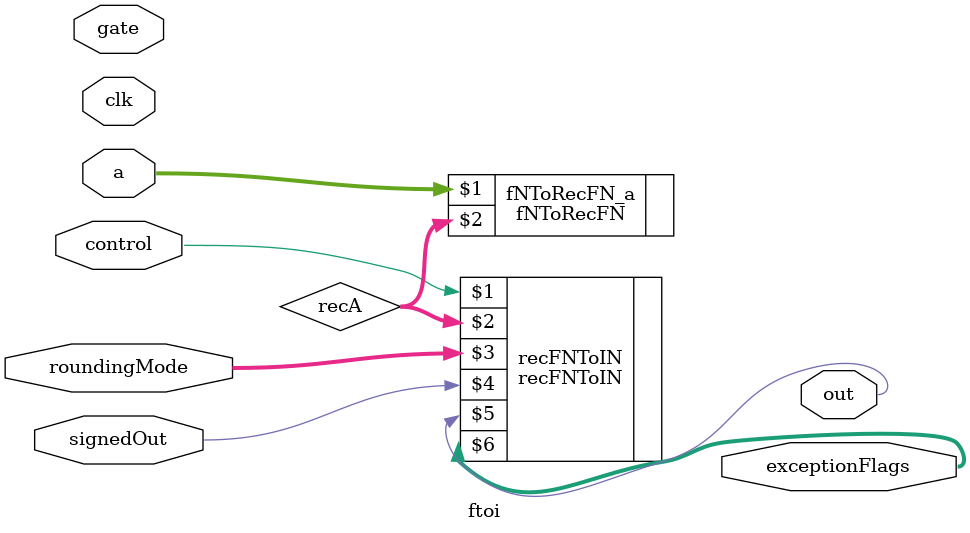
<source format=v>
/*
Author: IIT Madraas
Description: Float to Int Module using Hardfloat
*/

module ftoi#(parameter expWidth = 3, parameter sigWidth = 3, parameter intWidth = 1) (
        clk,
	gate,
        control,
        a,
        roundingMode,
        signedOut,
        out,
        exceptionFlags
    );
    
    input clk;
    input gate;
    input control;
    input [(expWidth + sigWidth-1):0] a;
    input [2:0] roundingMode;
    input signedOut;
    output [intWidth-1:0] out;
    output [2:0] exceptionFlags;
    
    wire [(expWidth + sigWidth):0] recA;
    
    fNToRecFN#(expWidth, sigWidth) fNToRecFN_a(a, recA);
    
    recFNToIN#(expWidth, sigWidth, intWidth) recFNToIN(control, recA, roundingMode, signedOut, out, exceptionFlags);
    
endmodule

</source>
